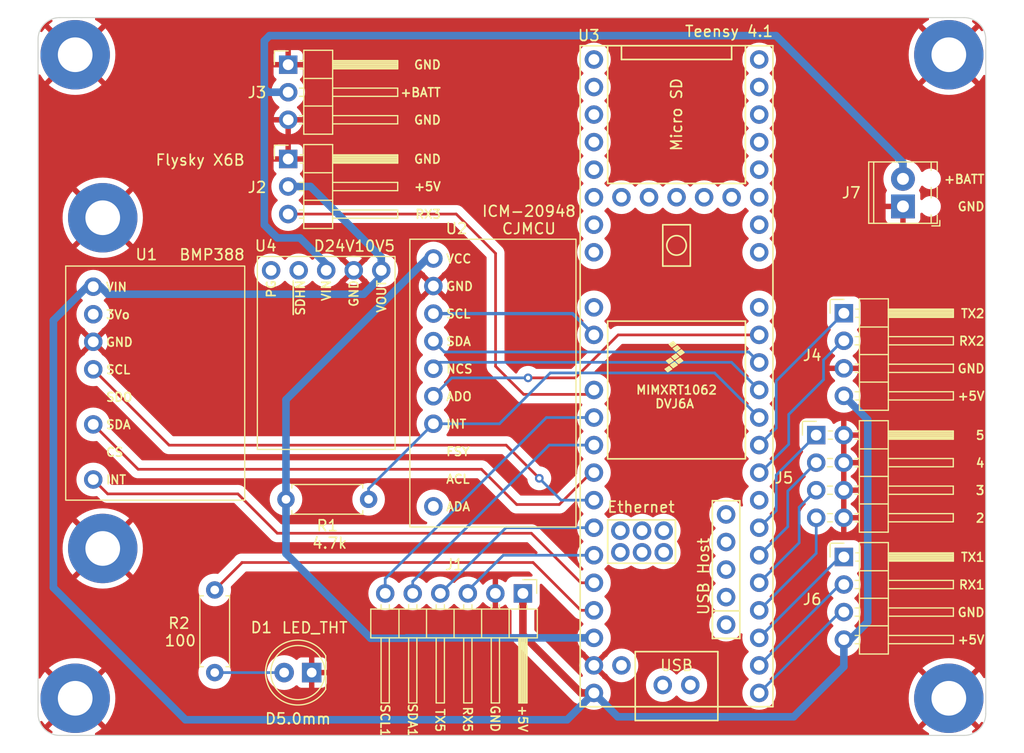
<source format=kicad_pcb>
(kicad_pcb (version 20221018) (generator pcbnew)
  (layers (0 "F.Cu" signal) (31 "B.Cu" signal) (34 "B.Paste" user) (35 "F.Paste" user) (36 "B.SilkS" user "B.Silkscreen") (37 "F.SilkS" user "F.Silkscreen") (38 "B.Mask" user) (39 "F.Mask" user) (44 "Edge.Cuts" user))
  (net 0 "")
  (net 1 "GND")
  (net 2 "Net-(D1-A)")
  (net 3 "+5V")
  (net 4 "SCL1")
  (net 5 "SDA1")
  (net 6 "TX5")
  (net 7 "RX5")
  (net 8 "RX3")
  (net 9 "+BATT")
  (net 10 "Net-(J4-Pin_1)")
  (net 11 "Net-(J4-Pin_2)")
  (net 12 "Net-(J5-Pin_1)")
  (net 13 "Net-(J5-Pin_3)")
  (net 14 "Net-(J5-Pin_5)")
  (net 15 "Net-(J5-Pin_7)")
  (net 16 "Net-(J6-Pin_1)")
  (net 17 "Net-(J6-Pin_2)")
  (net 18 "Net-(J6-Pin_3)")
  (net 19 "INT0")
  (net 20 "+3.3V")
  (net 21 "LED")
  (net 23 "SCL0")
  (net 24 "SDA0")
  (net 25 "INT1")
  (net 26 "SCLK")
  (net 27 "MOSI")
  (net 28 "NCS")
  (net 29 "MISO")
  (footprint "Connector_PinHeader_2.54mm:PinHeader_1x03_P2.54mm_Horizontal" (layer "F.Cu") (at 124.4745 63.6881)
    (fp_text reference "J3" (at -2.8745 2.5619) (layer "F.SilkS"))
    (fp_text value "Conn_01x03")
    (pad "1" thru_hole rect (at 0 0) (size 1.7 1.7) (drill 1) (layers "*.Cu" "*.Mask") (net 1 "GND"))
    (pad "2" thru_hole oval (at 0 2.54) (size 1.7 1.7) (drill 1) (layers "*.Cu" "*.Mask") (net 9 "+BATT"))
    (pad "3" thru_hole oval (at 0 5.08) (size 1.7 1.7) (drill 1) (layers "*.Cu" "*.Mask") (net 1 "GND"))
  )
  (footprint "Connector_PinHeader_2.54mm:PinHeader_1x03_P2.54mm_Horizontal" (layer "F.Cu") (at 124.4745 72.3837)
    (fp_text reference "J2" (at -2.8745 2.6163) (layer "F.SilkS"))
    (fp_text value "Conn_01x03")
    (pad "1" thru_hole rect (at 0 0) (size 1.7 1.7) (drill 1) (layers "*.Cu" "*.Mask") (net 1 "GND"))
    (pad "2" thru_hole oval (at 0 2.54) (size 1.7 1.7) (drill 1) (layers "*.Cu" "*.Mask") (net 3 "+5V"))
    (pad "3" thru_hole oval (at 0 5.08) (size 1.7 1.7) (drill 1) (layers "*.Cu" "*.Mask") (net 8 "RX3"))
  )
  (footprint "MountingHole:MountingHole_3.2mm_M3_Pad" (layer "F.Cu") (at 185.402 122.12)
    (fp_text reference "H2" hide)
    (fp_text value "MountingHole_Pad")
    (pad "1" thru_hole circle (at 0 0) (size 6.4 6.4) (drill 3.2) (layers "*.Cu" "*.Mask") (net 1 "GND"))
  )
  (footprint "LED_THT:LED_D5.0mm" (layer "F.Cu") (at 126.6425 119.7499 180)
    (fp_text reference "D1" (at 4.6425 4.1499) (layer "F.SilkS"))
    (fp_text value "LED")
    (pad "1" thru_hole rect locked (at 0 0 180) (size 1.8 1.8) (drill 0.9) (layers "*.Cu" "*.Mask") (net 1 "GND"))
    (pad "2" thru_hole circle locked (at 2.54 0 180) (size 1.8 1.8) (drill 0.9) (layers "*.Cu" "*.Mask") (net 2 "Net-(D1-A)"))
  )
  (footprint "MountingHole:MountingHole_3.2mm_M3_Pad" (layer "F.Cu") (at 104.832 62.77 180)
    (fp_text reference "H4" hide)
    (fp_text value "MountingHole_Pad")
    (pad "1" thru_hole circle (at 0 0 180) (size 6.4 6.4) (drill 3.2) (layers "*.Cu" "*.Mask") (net 1 "GND"))
  )
  (footprint "Connector_PinHeader_2.54mm:PinHeader_1x04_P2.54mm_Horizontal" (layer "F.Cu") (at 175.7225 109.0886)
    (fp_text reference "J6" (at -2.9225 3.9114) (layer "F.SilkS"))
    (fp_text value "Conn_01x04")
    (pad "1" thru_hole rect (at 0 0) (size 1.7 1.7) (drill 1) (layers "*.Cu" "*.Mask") (net 16 "Net-(J6-Pin_1)"))
    (pad "2" thru_hole oval (at 0 2.54) (size 1.7 1.7) (drill 1) (layers "*.Cu" "*.Mask") (net 17 "Net-(J6-Pin_2)"))
    (pad "3" thru_hole oval (at 0 5.08) (size 1.7 1.7) (drill 1) (layers "*.Cu" "*.Mask") (net 18 "Net-(J6-Pin_3)"))
    (pad "4" thru_hole oval (at 0 7.62) (size 1.7 1.7) (drill 1) (layers "*.Cu" "*.Mask") (net 3 "+5V"))
  )
  (footprint "Connector_PinHeader_2.54mm:PinHeader_1x06_P2.54mm_Horizontal" (layer "F.Cu") (at 146.1225 112.4499 -90)
    (fp_text reference "J1" (at -2.6499 6.3225 -180) (layer "F.SilkS"))
    (fp_text value "Conn_01x06")
    (pad "1" thru_hole rect (at 0 0 270) (size 1.7 1.7) (drill 1) (layers "*.Cu" "*.Mask") (net 3 "+5V"))
    (pad "2" thru_hole oval (at 0 2.54 270) (size 1.7 1.7) (drill 1) (layers "*.Cu" "*.Mask") (net 1 "GND"))
    (pad "3" thru_hole oval (at 0 5.08 270) (size 1.7 1.7) (drill 1) (layers "*.Cu" "*.Mask") (net 7 "RX5"))
    (pad "4" thru_hole oval (at 0 7.62 270) (size 1.7 1.7) (drill 1) (layers "*.Cu" "*.Mask") (net 6 "TX5"))
    (pad "5" thru_hole oval (at 0 10.16 270) (size 1.7 1.7) (drill 1) (layers "*.Cu" "*.Mask") (net 5 "SDA1"))
    (pad "6" thru_hole oval (at 0 12.7 270) (size 1.7 1.7) (drill 1) (layers "*.Cu" "*.Mask") (net 4 "SCL1"))
  )
  (footprint "Quadcopter:BMP388" (layer "F.Cu") (at 112.2125 93.0531 -90)
    (fp_text reference "U1" (at -11.8531 0.8125 unlocked) (layer "F.SilkS"))
    (fp_text value "BMP388")
    (pad "1" thru_hole circle (at -8.89 5.715 270) (size 1.7 1.7) (drill 1) (layers "*.Cu" "*.Mask") (net 3 "+5V"))
    (pad "2" thru_hole circle (at -6.35 5.715 270) (size 1.7 1.7) (drill 1) (layers "*.Cu" "*.Mask"))
    (pad "3" thru_hole circle (at -3.81 5.715 270) (size 1.7 1.7) (drill 1) (layers "*.Cu" "*.Mask") (net 1 "GND"))
    (pad "4" thru_hole circle (at -1.27 5.715 270) (size 1.7 1.7) (drill 1) (layers "*.Cu" "*.Mask") (net 23 "SCL0"))
    (pad "6" thru_hole circle (at 3.81 5.715 270) (size 1.7 1.7) (drill 1) (layers "*.Cu" "*.Mask") (net 24 "SDA0"))
    (pad "8" thru_hole circle (at 8.89 5.715 270) (size 1.7 1.7) (drill 1) (layers "*.Cu" "*.Mask") (net 25 "INT1"))
  )
  (footprint "MountingHole:MountingHole_3.2mm_M3_Pad" (layer "F.Cu") (at 107.3725 108.3031)
    (fp_text reference "H5" hide)
    (fp_text value "MountingHole_Pad")
    (pad "1" thru_hole circle (at 0 0) (size 6.4 6.4) (drill 3.2) (layers "*.Cu" "*.Mask") (net 1 "GND"))
  )
  (footprint "MountingHole:MountingHole_3.2mm_M3_Pad" (layer "F.Cu") (at 185.402 62.77 180)
    (fp_text reference "H1" hide)
    (fp_text value "MountingHole_Pad")
    (pad "1" thru_hole circle (at 0 0 180) (size 6.4 6.4) (drill 3.2) (layers "*.Cu" "*.Mask") (net 1 "GND"))
  )
  (footprint "Lukas:D24V10F5" (layer "F.Cu") (at 127.982 90.2731 90)
    (fp_text reference "U4" (at 9.8731 -5.582 unlocked) (layer "F.SilkS"))
    (fp_text value "D24V10F5")
    (pad "1" thru_hole circle (at 7.62 -5.08 90) (size 1.7 1.7) (drill 1) (layers "*.Cu" "*.Mask"))
    (pad "2" thru_hole circle (at 7.62 -2.54 90) (size 1.7 1.7) (drill 1) (layers "*.Cu" "*.Mask"))
    (pad "3" thru_hole circle (at 7.62 0 90) (size 1.7 1.7) (drill 1) (layers "*.Cu" "*.Mask") (net 9 "+BATT"))
    (pad "4" thru_hole circle (at 7.62 2.54 90) (size 1.7 1.7) (drill 1) (layers "*.Cu" "*.Mask") (net 1 "GND"))
    (pad "5" thru_hole circle (at 7.62 5.08 90) (size 1.7 1.7) (drill 1) (layers "*.Cu" "*.Mask") (net 3 "+5V"))
  )
  (footprint "Connector_PinHeader_2.54mm:PinHeader_1x04_P2.54mm_Horizontal" (layer "F.Cu") (at 175.7225 86.6096)
    (fp_text reference "J4" (at -2.9225 3.8904) (layer "F.SilkS"))
    (fp_text value "Conn_01x04")
    (pad "1" thru_hole rect (at 0 0) (size 1.7 1.7) (drill 1) (layers "*.Cu" "*.Mask") (net 10 "Net-(J4-Pin_1)"))
    (pad "2" thru_hole oval (at 0 2.54) (size 1.7 1.7) (drill 1) (layers "*.Cu" "*.Mask") (net 11 "Net-(J4-Pin_2)"))
    (pad "3" thru_hole oval (at 0 5.08) (size 1.7 1.7) (drill 1) (layers "*.Cu" "*.Mask") (net 1 "GND"))
    (pad "4" thru_hole oval (at 0 7.62) (size 1.7 1.7) (drill 1) (layers "*.Cu" "*.Mask") (net 3 "+5V"))
  )
  (footprint "Resistor_THT:R_Axial_DIN0207_L6.3mm_D2.5mm_P7.62mm_Horizontal" (layer "F.Cu") (at 131.892 103.7731 180)
    (fp_text reference "R1" (at 3.81 -2.4269) (layer "F.SilkS"))
    (fp_text value "4.7k")
    (pad "1" thru_hole circle (at 0 0 180) (size 1.6 1.6) (drill 0.8) (layers "*.Cu" "*.Mask") (net 19 "INT0"))
    (pad "2" thru_hole oval (at 7.62 0 180) (size 1.6 1.6) (drill 0.8) (layers "*.Cu" "*.Mask") (net 20 "+3.3V"))
  )
  (footprint "Resistor_THT:R_Axial_DIN0207_L6.3mm_D2.5mm_P7.62mm_Horizontal" (layer "F.Cu") (at 117.7 119.75 90)
    (fp_text reference "R2" (at 4.55 -3.3) (layer "F.SilkS"))
    (fp_text value "100")
    (pad "1" thru_hole circle (at 0 0 90) (size 1.6 1.6) (drill 0.8) (layers "*.Cu" "*.Mask") (net 2 "Net-(D1-A)"))
    (pad "2" thru_hole oval (at 7.62 0 90) (size 1.6 1.6) (drill 0.8) (layers "*.Cu" "*.Mask") (net 21 "LED"))
  )
  (footprint "Connector_PinHeader_2.54mm:PinHeader_2x04_P2.54mm_Horizontal" (layer "F.Cu") (at 173.1725 97.8491)
    (fp_text reference "J5" (at -2.9725 3.9509) (layer "F.SilkS"))
    (fp_text value "Conn_02x04_Odd_Even")
    (pad "1" thru_hole rect (at 0 0) (size 1.7 1.7) (drill 1) (layers "*.Cu" "*.Mask") (net 12 "Net-(J5-Pin_1)"))
    (pad "2" thru_hole oval (at 2.54 0) (size 1.7 1.7) (drill 1) (layers "*.Cu" "*.Mask") (net 1 "GND"))
    (pad "3" thru_hole oval (at 0 2.54) (size 1.7 1.7) (drill 1) (layers "*.Cu" "*.Mask") (net 13 "Net-(J5-Pin_3)"))
    (pad "4" thru_hole oval (at 2.54 2.54) (size 1.7 1.7) (drill 1) (layers "*.Cu" "*.Mask") (net 1 "GND"))
    (pad "5" thru_hole oval (at 0 5.08) (size 1.7 1.7) (drill 1) (layers "*.Cu" "*.Mask") (net 14 "Net-(J5-Pin_5)"))
    (pad "6" thru_hole oval (at 2.54 5.08) (size 1.7 1.7) (drill 1) (layers "*.Cu" "*.Mask") (net 1 "GND"))
    (pad "7" thru_hole oval (at 0 7.62) (size 1.7 1.7) (drill 1) (layers "*.Cu" "*.Mask") (net 15 "Net-(J5-Pin_7)"))
    (pad "8" thru_hole oval (at 2.54 7.62) (size 1.7 1.7) (drill 1) (layers "*.Cu" "*.Mask") (net 1 "GND"))
  )
  (footprint "MountingHole:MountingHole_3.2mm_M3_Pad" (layer "F.Cu") (at 107.3725 77.8031)
    (fp_text reference "H6" hide)
    (fp_text value "MountingHole_Pad")
    (pad "1" thru_hole circle (at 0 0) (size 6.4 6.4) (drill 3.2) (layers "*.Cu" "*.Mask") (net 1 "GND"))
  )
  (footprint "Quadcopter:ICM-20948_CJMCU" (layer "F.Cu") (at 143.3565 93.0531)
    (fp_text reference "U2" (at -3.3565 -14.2531 unlocked) (layer "F.SilkS"))
    (fp_text value "ICM-20948_CJMCU")
    (pad "1" thru_hole circle (at -5.49 -11.49) (size 1.7 1.7) (drill 1) (layers "*.Cu" "*.Mask") (net 20 "+3.3V"))
    (pad "2" thru_hole circle (at -5.49 -8.95) (size 1.7 1.7) (drill 1) (layers "*.Cu" "*.Mask") (net 1 "GND"))
    (pad "3" thru_hole circle (at -5.49 -6.41) (size 1.7 1.7) (drill 1) (layers "*.Cu" "*.Mask") (net 26 "SCLK"))
    (pad "4" thru_hole circle (at -5.49 -3.87) (size 1.7 1.7) (drill 1) (layers "*.Cu" "*.Mask") (net 27 "MOSI"))
    (pad "5" thru_hole circle (at -5.49 -1.33) (size 1.7 1.7) (drill 1) (layers "*.Cu" "*.Mask") (net 28 "NCS"))
    (pad "6" thru_hole circle (at -5.49 1.21) (size 1.7 1.7) (drill 1) (layers "*.Cu" "*.Mask") (net 29 "MISO"))
    (pad "7" thru_hole circle (at -5.49 3.75) (size 1.7 1.7) (drill 1) (layers "*.Cu" "*.Mask") (net 19 "INT0"))
    (pad "10" thru_hole circle (at -5.49 11.37) (size 1.7 1.7) (drill 1) (layers "*.Cu" "*.Mask"))
  )
  (footprint "MountingHole:MountingHole_3.2mm_M3_Pad" (layer "F.Cu") (at 104.832 122.12)
    (fp_text reference "H3" hide)
    (fp_text value "MountingHole_Pad")
    (pad "1" thru_hole circle (at 0 0) (size 6.4 6.4) (drill 3.2) (layers "*.Cu" "*.Mask") (net 1 "GND"))
  )
  (footprint "Quadcopter:Teensy41" (layer "F.Cu") (at 160.2915 92.4181 90)
    (fp_text reference "U3" (at 31.4181 -8.0915 180) (layer "F.SilkS"))
    (fp_text value "Teensy4.1")
    (fp_text user "USB Host" (at -18.4658 2.4892 90) (layer "F.SilkS"))
    (fp_text user "USB" (at -26.67 0) (layer "F.SilkS"))
    (fp_text user "MIMXRT1062" (at -1.27 0) (layer "F.SilkS") (effects (font (size 0.8 0.8))))
    (fp_text user "Micro SD" (at 24.13 0 90) (layer "F.SilkS"))
    (fp_text user "DVJ6A" (at -2.54 -0.18) (layer "F.SilkS") (effects (font (size 0.8 0.8))))
    (fp_text user "Ethernet" (at -12.065 -3.2766 180) (layer "F.SilkS"))
    (pad "1" thru_hole circle (at -29.21 7.62 90) (size 1.7 1.7) (drill 1) (layers "*.Cu" "*.Mask") (net 18 "Net-(J6-Pin_3)"))
    (pad "2" thru_hole circle (at -26.67 7.62 90) (size 1.7 1.7) (drill 1) (layers "*.Cu" "*.Mask") (net 17 "Net-(J6-Pin_2)"))
    (pad "3" thru_hole circle (at -24.13 7.62 90) (size 1.7 1.7) (drill 1) (layers "*.Cu" "*.Mask") (net 16 "Net-(J6-Pin_1)"))
    (pad "4" thru_hole circle (at -21.59 7.62 90) (size 1.7 1.7) (drill 1) (layers "*.Cu" "*.Mask") (net 15 "Net-(J5-Pin_7)"))
    (pad "5" thru_hole circle (at -19.05 7.62 90) (size 1.7 1.7) (drill 1) (layers "*.Cu" "*.Mask") (net 14 "Net-(J5-Pin_5)"))
    (pad "6" thru_hole circle (at -16.51 7.62 90) (size 1.7 1.7) (drill 1) (layers "*.Cu" "*.Mask") (net 13 "Net-(J5-Pin_3)"))
    (pad "7" thru_hole circle (at -13.97 7.62 90) (size 1.7 1.7) (drill 1) (layers "*.Cu" "*.Mask") (net 12 "Net-(J5-Pin_1)"))
    (pad "8" thru_hole circle (at -11.43 7.62 90) (size 1.7 1.7) (drill 1) (layers "*.Cu" "*.Mask"))
    (pad "9" thru_hole circle (at -8.89 7.62 90) (size 1.7 1.7) (drill 1) (layers "*.Cu" "*.Mask") (net 11 "Net-(J4-Pin_2)"))
    (pad "10" thru_hole circle (at -6.35 7.62 90) (size 1.7 1.7) (drill 1) (layers "*.Cu" "*.Mask") (net 10 "Net-(J4-Pin_1)"))
    (pad "11" thru_hole circle (at -3.81 7.62 90) (size 1.7 1.7) (drill 1) (layers "*.Cu" "*.Mask") (net 19 "INT0"))
    (pad "12" thru_hole circle (at -1.27 7.62 90) (size 1.7 1.7) (drill 1) (layers "*.Cu" "*.Mask") (net 28 "NCS"))
    (pad "13" thru_hole circle (at 1.27 7.62 90) (size 1.7 1.7) (drill 1) (layers "*.Cu" "*.Mask") (net 27 "MOSI"))
    (pad "14" thru_hole circle (at 3.81 7.62 90) (size 1.7 1.7) (drill 1) (layers "*.Cu" "*.Mask") (net 29 "MISO"))
    (pad "15" thru_hole circle (at 6.35 7.62 90) (size 1.7 1.7) (drill 1) (layers "*.Cu" "*.Mask"))
    (pad "17" thru_hole circle (at 11.43 7.62 90) (size 1.7 1.7) (drill 1) (layers "*.Cu" "*.Mask"))
    (pad "18" thru_hole circle (at 13.97 7.62 90) (size 1.7 1.7) (drill 1) (layers "*.Cu" "*.Mask"))
    (pad "19" thru_hole circle (at 16.51 7.62 90) (size 1.7 1.7) (drill 1) (layers "*.Cu" "*.Mask"))
    (pad "20" thru_hole circle (at 19.05 7.62 90) (size 1.7 1.7) (drill 1) (layers "*.Cu" "*.Mask"))
    (pad "21" thru_hole circle (at 21.59 7.62 90) (size 1.7 1.7) (drill 1) (layers "*.Cu" "*.Mask"))
    (pad "22" thru_hole circle (at 24.13 7.62 90) (size 1.7 1.7) (drill 1) (layers "*.Cu" "*.Mask"))
    (pad "23" thru_hole circle (at 26.67 7.62 90) (size 1.7 1.7) (drill 1) (layers "*.Cu" "*.Mask"))
    (pad "24" thru_hole circle (at 29.21 7.62 90) (size 1.7 1.7) (drill 1) (layers "*.Cu" "*.Mask"))
    (pad "25" thru_hole circle (at 29.21 -7.62 90) (size 1.7 1.7) (drill 1) (layers "*.Cu" "*.Mask"))
    (pad "26" thru_hole circle (at 26.67 -7.62 90) (size 1.7 1.7) (drill 1) (layers "*.Cu" "*.Mask"))
    (pad "27" thru_hole circle (at 24.13 -7.62 90) (size 1.7 1.7) (drill 1) (layers "*.Cu" "*.Mask"))
    (pad "28" thru_hole circle (at 21.59 -7.62 90) (size 1.7 1.7) (drill 1) (layers "*.Cu" "*.Mask"))
    (pad "29" thru_hole circle (at 19.05 -7.62 90) (size 1.7 1.7) (drill 1) (layers "*.Cu" "*.Mask"))
    (pad "30" thru_hole circle (at 16.51 -7.62 90) (size 1.7 1.7) (drill 1) (layers "*.Cu" "*.Mask"))
    (pad "31" thru_hole circle (at 13.97 -7.62 90) (size 1.7 1.7) (drill 1) (layers "*.Cu" "*.Mask"))
    (pad "32" thru_hole circle (at 11.43 -7.62 90) (size 1.7 1.7) (drill 1) (layers "*.Cu" "*.Mask"))
    (pad "34" thru_hole circle (at 6.35 -7.62 90) (size 1.7 1.7) (drill 1) (layers "*.Cu" "*.Mask"))
    (pad "35" thru_hole circle (at 3.81 -7.62 90) (size 1.7 1.7) (drill 1) (layers "*.Cu" "*.Mask") (net 26 "SCLK"))
    (pad "37" thru_hole circle (at -1.27 -7.62 90) (size 1.7 1.7) (drill 1) (layers "*.Cu" "*.Mask") (net 8 "RX3"))
    (pad "38" thru_hole circle (at -3.81 -7.62 90) (size 1.7 1.7) (drill 1) (layers "*.Cu" "*.Mask") (net 4 "SCL1"))
    (pad "39" thru_hole circle (at -6.35 -7.62 90) (size 1.7 1.7) (drill 1) (layers "*.Cu" "*.Mask") (net 5 "SDA1"))
    (pad "40" thru_hole circle (at -8.89 -7.62 90) (size 1.7 1.7) (drill 1) (layers "*.Cu" "*.Mask") (net 24 "SDA0"))
    (pad "41" thru_hole circle (at -11.43 -7.62 90) (size 1.7 1.7) (drill 1) (layers "*.Cu" "*.Mask") (net 23 "SCL0"))
    (pad "42" thru_hole circle (at -13.97 -7.62 90) (size 1.7 1.7) (drill 1) (layers "*.Cu" "*.Mask") (net 6 "TX5"))
    (pad "43" thru_hole circle (at -16.51 -7.62 90) (size 1.7 1.7) (drill 1) (layers "*.Cu" "*.Mask") (net 7 "RX5"))
    (pad "44" thru_hole circle (at -19.05 -7.62 90) (size 1.7 1.7) (drill 1) (layers "*.Cu" "*.Mask") (net 25 "INT1"))
    (pad "45" thru_hole circle (at -21.59 -7.62 90) (size 1.7 1.7) (drill 1) (layers "*.Cu" "*.Mask") (net 21 "LED"))
    (pad "46" thru_hole circle (at -24.13 -7.62 90) (size 1.7 1.7) (drill 1) (layers "*.Cu" "*.Mask") (net 20 "+3.3V"))
    (pad "47" thru_hole circle (at -26.67 -7.62 90) (size 1.7 1.7) (drill 1) (layers "*.Cu" "*.Mask") (net 1 "GND"))
    (pad "48" thru_hole circle (at -29.21 -7.62 90) (size 1.7 1.7) (drill 1) (layers "*.Cu" "*.Mask") (net 3 "+5V"))
    (pad "49" thru_hole circle (at -26.67 -5.08 90) (size 1.7 1.7) (drill 1) (layers "*.Cu" "*.Mask"))
    (pad "50" thru_hole circle (at 16.51 5.08 90) (size 1.7 1.7) (drill 1) (layers "*.Cu" "*.Mask"))
    (pad "51" thru_hole circle (at 16.51 2.54 90) (size 1.7 1.7) (drill 1) (layers "*.Cu" "*.Mask"))
    (pad "52" thru_hole circle (at 16.51 0 90) (size 1.7 1.7) (drill 1) (layers "*.Cu" "*.Mask"))
    (pad "53" thru_hole circle (at 16.51 -2.54 90) (size 1.7 1.7) (drill 1) (layers "*.Cu" "*.Mask"))
    (pad "54" thru_hole circle (at 16.51 -5.08 90) (size 1.7 1.7) (drill 1) (layers "*.Cu" "*.Mask"))
    (pad "55" thru_hole circle (at -22.9108 4.5692 90) (size 1.7 1.7) (drill 1) (layers "*.Cu" "*.Mask"))
    (pad "56" thru_hole circle (at -20.3708 4.5692 90) (size 1.7 1.7) (drill 1) (layers "*.Cu" "*.Mask"))
    (pad "57" thru_hole circle (at -17.8308 4.5692 90) (size 1.7 1.7) (drill 1) (layers "*.Cu" "*.Mask"))
    (pad "58" thru_hole circle (at -15.2908 4.5692 90) (size 1.7 1.7) (drill 1) (layers "*.Cu" "*.Mask"))
    (pad "59" thru_hole circle (at -12.7508 4.5692 90) (size 1.7 1.7) (drill 1) (layers "*.Cu" "*.Mask"))
    (pad "60" thru_hole circle (at -16.24 -5.1816 90) (size 1.7 1.7) (drill 1) (layers "*.Cu" "*.Mask"))
    (pad "61" thru_hole circle (at -16.24 -3.1816 90) (size 1.7 1.7) (drill 1) (layers "*.Cu" "*.Mask"))
    (pad "62" thru_hole circle (at -16.24 -1.1816 90) (size 1.7 1.7) (drill 1) (layers "*.Cu" "*.Mask"))
    (pad "63" thru_hole circle (at -14.24 -1.1816 90) (size 1.7 1.7) (drill 1) (layers "*.Cu" "*.Mask"))
    (pad "64" thru_hole circle (at -14.24 -3.1816 90) (size 1.7 1.7) (drill 1) (layers "*.Cu" "*.Mask"))
    (pad "65" thru_hole circle (at -14.24 -5.1816 90) (size 1.7 1.7) (drill 1) (layers "*.Cu" "*.Mask"))
    (pad "66" thru_hole circle (at -28.48 -1.27 90) (size 1.7 1.7) (drill 1) (layers "*.Cu" "*.Mask"))
    (pad "67" thru_hole circle (at -28.48 1.27 90) (size 1.7 1.7) (drill 1) (layers "*.Cu" "*.Mask"))
  )
  (footprint "TerminalBlock_Phoenix:TerminalBlock_Phoenix_MPT-0,5-2-2.54_1x02_P2.54mm_Horizontal" (layer "F.Cu") (at 181.1725 76.7576 90)
    (fp_text reference "J7" (at 1.2576 -4.7725) (layer "F.SilkS"))
    (fp_text value "Screw_Terminal_01x02")
    (pad "" np_thru_hole circle (at 0 2.54 90) (size 1.1 1.1) (drill 1.1) (layers "*.Cu" "*.Mask"))
    (pad "" np_thru_hole circle (at 2.54 2.54 90) (size 1.1 1.1) (drill 1.1) (layers "*.Cu" "*.Mask"))
    (pad "1" thru_hole rect (at 0 0 90) (size 2.2 2.2) (drill 1.1) (layers "*.Cu" "*.Mask") (net 1 "GND"))
    (pad "2" thru_hole circle (at 2.54 0 90) (size 2.2 2.2) (drill 1.1) (layers "*.Cu" "*.Mask") (net 9 "+BATT"))
  )
  (gr_arc (start 103.407 125.545) (mid 101.992786 124.959214) (end 101.407 123.545) (stroke (width 0.1)) (layer "Edge.Cuts"))
  (gr_arc (start 188.807 123.545) (mid 188.221214 124.959214) (end 186.807 125.545) (stroke (width 0.1)) (layer "Edge.Cuts"))
  (gr_line (start 101.407 61.345) (end 101.407 123.545) (stroke (width 0.1)) (layer "Edge.Cuts"))
  (gr_line (start 103.407 125.545) (end 186.807 125.545) (stroke (width 0.1)) (layer "Edge.Cuts"))
  (gr_arc (start 101.407 61.345) (mid 101.992786 59.930786) (end 103.407 59.345) (stroke (width 0.1)) (layer "Edge.Cuts"))
  (gr_line (start 188.807 123.545) (end 188.807 61.345) (stroke (width 0.1)) (layer "Edge.Cuts"))
  (gr_line (start 186.807 59.345) (end 103.407 59.345) (stroke (width 0.1)) (layer "Edge.Cuts"))
  (gr_arc (start 186.807 59.345) (mid 188.221214 59.930786) (end 188.807 61.345) (stroke (width 0.1)) (layer "Edge.Cuts"))
  (gr_text "LED_THT" (at 123.8 116.2) (layer "F.SilkS") (effects (font (size 1 1) (thickness 0.15) bold) (justify left bottom)))
  (gr_text "SDO" (at 107.59 94.822856) (layer "F.SilkS") (effects (font (size 0.8 0.8) (thickness 0.15) bold) (justify left bottom)))
  (gr_text "100" (at 113 117.4) (layer "F.SilkS") (effects (font (size 1 1) (thickness 0.15) bold) (justify left bottom)))
  (gr_text "TX2" (at 186.438571 87.11) (layer "F.SilkS") (effects (font (size 0.8 0.8) (thickness 0.15) bold) (justify left bottom)))
  (gr_text "Teensy 4.1" (at 160.986261 61.2) (layer "F.SilkS") (effects (font (size 1 1) (thickness 0.15) bold) (justify left bottom)))
  (gr_text "RX1" (at 186.248095 112.13) (layer "F.SilkS") (effects (font (size 0.8 0.8)) (justify left bottom)))
  (gr_text "GND" (at 131.003 86.103667 90) (layer "F.SilkS") (effects (font (size 0.8 0.8) (thickness 0.15) bold) (justify left bottom)))
  (gr_text "TX5" (at 138 125.316429 -90) (layer "F.SilkS") (effects (font (size 0.8 0.8) (thickness 0.15) bold) (justify right bottom)))
  (gr_text "SCL" (at 107.59 92.285142) (layer "F.SilkS") (effects (font (size 0.8 0.8) (thickness 0.15) bold) (justify left bottom)))
  (gr_text "BMP388\n" (at 114.3525 81.8) (layer "F.SilkS") (effects (font (size 1 1) (thickness 0.15) bold) (justify left bottom)))
  (gr_text "GND" (at 186.13381 114.67) (layer "F.SilkS") (effects (font (size 0.8 0.8)) (justify left bottom)))
  (gr_text "GND" (at 186.13381 77.25) (layer "F.SilkS") (effects (font (size 0.8 0.8)) (justify left bottom)))
  (gr_text "D5.0mm" (at 122.256191 124.6) (layer "F.SilkS") (effects (font (size 1 1) (thickness 0.15) bold) (justify left bottom)))
  (gr_text "+5V" (at 186.13381 117.2) (layer "F.SilkS") (effects (font (size 0.8 0.8)) (justify left bottom)))
  (gr_text "VIN" (at 107.59 84.672) (layer "F.SilkS") (effects (font (size 0.8 0.8) (thickness 0.15) bold) (justify left bottom)))
  (gr_text "CS" (at 107.59 99.898284) (layer "F.SilkS") (effects (font (size 0.8 0.8) (thickness 0.15) bold) (justify left bottom)))
  (gr_text "3" (at 187.81 103.42) (layer "F.SilkS") (effects (font (size 0.8 0.8) (thickness 0.15) bold) (justify left bottom)))
  (gr_text "+BATT" (at 184.876667 74.72) (layer "F.SilkS") (effects (font (size 0.8 0.8)) (justify left bottom)))
  (gr_text "GND" (at 143.08 125.316429 -90) (layer "F.SilkS") (effects (font (size 0.8 0.8)) (justify right bottom)))
  (gr_text "RX3" (at 136.114285 77.95) (layer "F.SilkS") (effects (font (size 0.8 0.8)) (justify left bottom)))
  (gr_text "GND" (at 107.59 89.747428) (layer "F.SilkS") (effects (font (size 0.8 0.8) (thickness 0.15) bold) (justify left bottom)))
  (gr_text "4.7k" (at 126.6 108.4) (layer "F.SilkS") (effects (font (size 1 1) (thickness 0.15) bold) (justify left bottom)))
  (gr_text "+5V" (at 145.64 125.316429 -90) (layer "F.SilkS") (effects (font (size 0.8 0.8)) (justify right bottom)))
  (gr_text "GND" (at 136 64.17) (layer "F.SilkS") (effects (font (size 0.8 0.8)) (justify left bottom)))
  (gr_text "+5V" (at 136 75.4) (layer "F.SilkS") (effects (font (size 0.8 0.8)) (justify left bottom)))
  (gr_text "PG" (at 123.383 85.265572 90) (layer "F.SilkS") (effects (font (size 0.8 0.8) (thickness 0.15) bold) (justify left bottom)))
  (gr_text "4" (at 187.81 100.9) (layer "F.SilkS") (effects (font (size 0.8 0.8) (thickness 0.15) bold) (justify left bottom)))
  (gr_text "VIN" (at 128.463 85.570333 90) (layer "F.SilkS") (effects (font (size 0.8 0.8) (thickness 0.15) bold) (justify left bottom)))
  (gr_text "GND" (at 138.966381 84.6006) (layer "F.SilkS") (effects (font (size 0.8 0.8) (thickness 0.15) bold) (justify left bottom)))
  (gr_text "SDA" (at 138.966381 89.6806) (layer "F.SilkS") (effects (font (size 0.8 0.8) (thickness 0.15) bold) (justify left bottom)))
  (gr_text "~{SDHN}" (at 126.071 86.903667 90) (layer "F.SilkS") (effects (font (size 0.8 0.8) (thickness 0.15) bold) (justify left bottom)))
  (gr_text "INT" (at 138.966381 97.3006) (layer "F.SilkS") (effects (font (size 0.8 0.8) (thickness 0.15) bold) (justify left bottom)))
  (gr_text "RX2" (at 186.248095 89.65) (layer "F.SilkS") (effects (font (size 0.8 0.8)) (justify left bottom)))
  (gr_text "Flysky X6B" (at 112.162022 73.067) (layer "F.SilkS") (effects (font (size 1 1) (thickness 0.15) bold) (justify left bottom)))
  (gr_text "INT" (at 107.59 102.436) (layer "F.SilkS") (effects (font (size 0.8 0.8) (thickness 0.15) bold) (justify left bottom)))
  (gr_text "ICM-20948\nCJMCU" (at 146.679476 79.4) (layer "F.SilkS") (effects (font (size 1 1) (thickness 0.15) bold) (justify bottom)))
  (gr_text "ADA" (at 138.966381 104.9206) (layer "F.SilkS") (effects (font (size 0.8 0.8) (thickness 0.15) bold) (justify left bottom)))
  (gr_text "GND" (at 136 72.87) (layer "F.SilkS") (effects (font (size 0.8 0.8)) (justify left bottom)))
  (gr_text "RX5\n" (at 140.55 125.316429 -90) (layer "F.SilkS") (effects (font (size 0.8 0.8)) (justify right bottom)))
  (gr_text "GND" (at 186.13381 92.19) (layer "F.SilkS") (effects (font (size 0.8 0.8)) (justify left bottom)))
  (gr_text "ADO" (at 138.966381 94.7606) (layer "F.SilkS") (effects (font (size 0.8 0.8) (thickness 0.15) bold) (justify left bottom)))
  (gr_text "VOUT" (at 133.556 86.637 90) (layer "F.SilkS") (effects (font (size 0.8 0.8) (thickness 0.15) bold) (justify left bottom)))
  (gr_text "5" (at 187.81 98.34) (layer "F.SilkS") (effects (font (size 0.8 0.8) (thickness 0.15) bold) (justify left bottom)))
  (gr_text "2" (at 187.81 105.97) (layer "F.SilkS") (effects (font (size 0.8 0.8) (thickness 0.15) bold) (justify left bottom)))
  (gr_text "NCS" (at 138.966381 92.2206) (layer "F.SilkS") (effects (font (size 0.8 0.8) (thickness 0.15) bold) (justify left bottom)))
  (gr_text "VCC" (at 138.966381 82.0606) (layer "F.SilkS") (effects (font (size 0.8 0.8) (thickness 0.15) bold) (justify left bottom)))
  (gr_text "TX1" (at 186.438571 109.58) (layer "F.SilkS") (effects (font (size 0.8 0.8) (thickness 0.15) bold) (justify left bottom)))
  (gr_text "SCL" (at 138.966381 87.1406) (layer "F.SilkS") (effects (font (size 0.8 0.8) (thickness 0.15) bold) (justify left bottom)))
  (gr_text "3Vo" (at 107.59 87.209714) (layer "F.SilkS") (effects (font (size 0.8 0.8) (thickness 0.15) bold) (justify left bottom)))
  (gr_text "FSY" (at 138.966381 99.8406) (layer "F.SilkS") (effects (font (size 0.8 0.8) (thickness 0.15) bold) (justify left bottom)))
  (gr_text "SDA1" (at 135.47 122.54 -90) (layer "F.SilkS") (effects (font (size 0.8 0.8) (thickness 0.15) bold) (justify left bottom)))
  (gr_text "GND" (at 136 69.26) (layer "F.SilkS") (effects (font (size 0.8 0.8)) (justify left bottom)))
  (gr_text "ACL" (at 138.966381 102.3806) (layer "F.SilkS") (effects (font (size 0.8 0.8) (thickness 0.15) bold) (justify left bottom)))
  (gr_text "+BATT" (at 134.742857 66.72) (layer "F.SilkS") (effects (font (size 0.8 0.8)) (justify left bottom)))
  (gr_text "SDA" (at 107.59 97.36057) (layer "F.SilkS") (effects (font (size 0.8 0.8) (thickness 0.15) bold) (justify left bottom)))
  (gr_text "D24V10V5" (at 126.740809 81) (layer "F.SilkS") (effects (font (size 1 1) (thickness 0.15) bold) (justify left bottom)))
  (gr_text "+5V" (at 186.13381 94.72) (layer "F.SilkS") (effects (font (size 0.8 0.8)) (justify left bottom)))
  (gr_text "SCL1" (at 132.93 122.578095 -90) (layer "F.SilkS") (effects (font (size 0.8 0.8) (thickness 0.15) bold) (justify left bottom)))
  (segment (start 126.6425 119.7499) (end 126.6425 119.7375) (width 0.7) (layer "F.Cu") (net 1))
  (segment (start 124.1024 119.75) (end 124.1025 119.7499) (width 0.25) (layer "B.Cu") (net 2))
  (segment (start 117.7 119.75) (end 124.1024 119.75) (width 0.25) (layer "B.Cu") (net 2))
  (segment (start 146.1225 116.281181) (end 146.1225 112.4499) (width 0.7) (layer "F.Cu") (net 3))
  (segment (start 152.6715 121.6281) (end 151.469419 121.6281) (width 0.7) (layer "F.Cu") (net 3))
  (segment (start 151.469419 121.6281) (end 146.1225 116.281181) (width 0.7) (layer "F.Cu") (net 3))
  (segment (start 124.4745 74.9237) (end 126.534681 74.9237) (width 0.7) (layer "B.Cu") (net 3))
  (segment (start 102.8225 87.26683) (end 102.8225 111.91646) (width 0.7) (layer "B.Cu") (net 3))
  (segment (start 150.1997 124.0999) (end 115.00594 124.0999) (width 0.7) (layer "B.Cu") (net 3))
  (segment (start 102.8225 111.91646) (end 115.00594 124.0999) (width 0.7) (layer "B.Cu") (net 3))
  (segment (start 133.062 83.22437) (end 131.43327 84.8531) (width 0.7) (layer "B.Cu") (net 3))
  (segment (start 133.062 82.6531) (end 133.062 83.22437) (width 0.7) (layer "B.Cu") (net 3))
  (segment (start 105.92623 84.1631) (end 102.8225 87.26683) (width 0.7) (layer "B.Cu") (net 3))
  (segment (start 175.7225 116.7086) (end 176.29377 116.7086) (width 0.7) (layer "B.Cu") (net 3))
  (segment (start 106.5875 84.2531) (end 106.4975 84.1631) (width 0.5) (layer "B.Cu") (net 3))
  (segment (start 126.534681 74.9237) (end 133.062 81.451019) (width 0.7) (layer "B.Cu") (net 3))
  (segment (start 176.29377 116.7086) (end 177.9225 115.07987) (width 0.7) (layer "B.Cu") (net 3))
  (segment (start 131.43327 84.8531) (end 107.8531 84.8531) (width 0.7) (layer "B.Cu") (net 3))
  (segment (start 106.4975 84.1631) (end 105.92623 84.1631) (width 0.7) (layer "B.Cu") (net 3))
  (segment (start 177.9225 96.4296) (end 175.7225 94.2296) (width 0.7) (layer "B.Cu") (net 3))
  (segment (start 107.8531 84.8531) (end 107.1631 84.1631) (width 0.7) (layer "B.Cu") (net 3))
  (segment (start 175.7225 116.7086) (end 175.7225 119.1969) (width 0.7) (layer "B.Cu") (net 3))
  (segment (start 171.0913 123.8281) (end 154.8715 123.8281) (width 0.7) (layer "B.Cu") (net 3))
  (segment (start 177.9225 115.07987) (end 177.9225 96.4296) (width 0.7) (layer "B.Cu") (net 3))
  (segment (start 175.7225 119.1969) (end 171.0913 123.8281) (width 0.7) (layer "B.Cu") (net 3))
  (segment (start 152.6715 121.6281) (end 150.1997 124.0999) (width 0.7) (layer "B.Cu") (net 3))
  (segment (start 107.1631 84.1631) (end 106.4975 84.1631) (width 0.7) (layer "B.Cu") (net 3))
  (segment (start 154.8715 123.8281) (end 152.6715 121.6281) (width 0.7) (layer "B.Cu") (net 3))
  (segment (start 133.062 81.451019) (end 133.062 82.6531) (width 0.7) (layer "B.Cu") (net 3))
  (segment (start 148.288887 96.2281) (end 133.4225 111.094487) (width 0.25) (layer "B.Cu") (net 4))
  (segment (start 133.4225 111.094487) (end 133.4225 112.4499) (width 0.25) (layer "B.Cu") (net 4))
  (segment (start 152.6715 96.2281) (end 148.288887 96.2281) (width 0.25) (layer "B.Cu") (net 4))
  (segment (start 135.9625 111.346509) (end 135.9625 112.4499) (width 0.25) (layer "B.Cu") (net 5))
  (segment (start 152.6715 98.7681) (end 148.540909 98.7681) (width 0.25) (layer "B.Cu") (net 5))
  (segment (start 148.540909 98.7681) (end 135.9625 111.346509) (width 0.25) (layer "B.Cu") (net 5))
  (segment (start 144.5643 106.3881) (end 152.6715 106.3881) (width 0.25) (layer "B.Cu") (net 6))
  (segment (start 138.5025 112.4499) (end 144.5643 106.3881) (width 0.25) (layer "B.Cu") (net 6))
  (segment (start 141.0425 112.196828) (end 144.311228 108.9281) (width 0.25) (layer "B.Cu") (net 7))
  (segment (start 141.0425 112.4499) (end 141.0425 112.196828) (width 0.25) (layer "B.Cu") (net 7))
  (segment (start 144.311228 108.9281) (end 152.6715 108.9281) (width 0.25) (layer "B.Cu") (net 7))
  (segment (start 146.1946 94.0946) (end 143.6 91.5) (width 0.25) (layer "F.Cu") (net 8))
  (segment (start 152.265 94.0946) (end 146.1946 94.0946) (width 0.25) (layer "F.Cu") (net 8))
  (segment (start 152.6715 93.6881) (end 152.265 94.0946) (width 0.25) (layer "F.Cu") (net 8))
  (segment (start 139.9737 77.4637) (end 143.6 81.09) (width 0.25) (layer "F.Cu") (net 8))
  (segment (start 143.6 91.5) (end 143.6 81.09) (width 0.25) (layer "F.Cu") (net 8))
  (segment (start 124.4745 77.4637) (end 139.9737 77.4637) (width 0.25) (layer "F.Cu") (net 8))
  (segment (start 122.2745 61.4881) (end 122.2745 65.8881) (width 0.7) (layer "B.Cu") (net 9))
  (segment (start 123.4787 79.6637) (end 122.2745 78.4595) (width 0.7) (layer "B.Cu") (net 9))
  (segment (start 181.1725 72.7176) (end 169.463 61.0081) (width 0.7) (layer "B.Cu") (net 9))
  (segment (start 125.56387 79.6637) (end 123.4787 79.6637) (width 0.7) (layer "B.Cu") (net 9))
  (segment (start 181.1725 74.2176) (end 181.1725 72.7176) (width 0.7) (layer "B.Cu") (net 9))
  (segment (start 122.2745 78.4595) (end 122.2745 65.8881) (width 0.7) (layer "B.Cu") (net 9))
  (segment (start 122.6145 66.2281) (end 124.4745 66.2281) (width 0.7) (layer "B.Cu") (net 9))
  (segment (start 169.463 61.0081) (end 122.7545 61.0081) (width 0.7) (layer "B.Cu") (net 9))
  (segment (start 127.982 82.08183) (end 125.56387 79.6637) (width 0.7) (layer "B.Cu") (net 9))
  (segment (start 122.2745 65.8881) (end 122.6145 66.2281) (width 0.7) (layer "B.Cu") (net 9))
  (segment (start 127.982 82.6531) (end 127.982 82.08183) (width 0.7) (layer "B.Cu") (net 9))
  (segment (start 122.7545 61.0081) (end 122.2745 61.4881) (width 0.7) (layer "B.Cu") (net 9))
  (segment (start 169.4865 92.8456) (end 175.7225 86.6096) (width 0.25) (layer "B.Cu") (net 10))
  (segment (start 169.4865 97.1931) (end 169.4865 92.8456) (width 0.25) (layer "B.Cu") (net 10))
  (segment (start 167.9115 98.7681) (end 169.4865 97.1931) (width 0.25) (layer "B.Cu") (net 10))
  (segment (start 167.9115 101.3081) (end 168.023151 101.3081) (width 0.25) (layer "B.Cu") (net 11))
  (segment (start 173.8475 90.912949) (end 175.610849 89.1496) (width 0.25) (layer "B.Cu") (net 11))
  (segment (start 173.8475 92.733749) (end 173.8475 90.912949) (width 0.25) (layer "B.Cu") (net 11))
  (segment (start 168.023151 101.3081) (end 170.6365 98.694751) (width 0.25) (layer "B.Cu") (net 11))
  (segment (start 170.6365 98.694751) (end 170.6365 95.944749) (width 0.25) (layer "B.Cu") (net 11))
  (segment (start 170.6365 95.944749) (end 173.8475 92.733749) (width 0.25) (layer "B.Cu") (net 11))
  (segment (start 169.4865 101.5351) (end 173.1725 97.8491) (width 0.25) (layer "B.Cu") (net 12))
  (segment (start 169.4865 104.8131) (end 169.4865 101.5351) (width 0.25) (layer "B.Cu") (net 12))
  (segment (start 167.9115 106.3881) (end 169.4865 104.8131) (width 0.25) (layer "B.Cu") (net 12))
  (segment (start 170.55 103.0116) (end 173.1725 100.3891) (width 0.25) (layer "B.Cu") (net 13))
  (segment (start 167.9115 108.9281) (end 170.55 106.2896) (width 0.25) (layer "B.Cu") (net 13))
  (segment (start 170.55 106.2896) (end 170.55 103.0116) (width 0.25) (layer "B.Cu") (net 13))
  (segment (start 171.6 107.7796) (end 171.6 104.5016) (width 0.25) (layer "B.Cu") (net 14))
  (segment (start 171.6 104.5016) (end 173.1725 102.9291) (width 0.25) (layer "B.Cu") (net 14))
  (segment (start 167.9115 111.4681) (end 171.6 107.7796) (width 0.25) (layer "B.Cu") (net 14))
  (segment (start 167.9115 114.0081) (end 173.1725 108.7471) (width 0.25) (layer "B.Cu") (net 15))
  (segment (start 173.1725 108.7471) (end 173.1725 105.4691) (width 0.25) (layer "B.Cu") (net 15))
  (segment (start 167.9115 116.5481) (end 175.371 109.0886) (width 0.25) (layer "B.Cu") (net 16))
  (segment (start 175.371 109.0886) (end 175.7225 109.0886) (width 0.25) (layer "B.Cu") (net 16))
  (segment (start 175.371 111.6286) (end 175.7225 111.6286) (width 0.25) (layer "B.Cu") (net 17))
  (segment (start 167.9115 119.0881) (end 175.371 111.6286) (width 0.25) (layer "B.Cu") (net 17))
  (segment (start 175.371 114.1686) (end 175.7225 114.1686) (width 0.25) (layer "B.Cu") (net 18))
  (segment (start 167.9115 121.6281) (end 175.371 114.1686) (width 0.25) (layer "B.Cu") (net 18))
  (segment (start 167.9115 96.2281) (end 163.7965 92.1131) (width 0.25) (layer "B.Cu") (net 19))
  (segment (start 163.7965 92.1131) (end 148.647491 92.1131) (width 0.25) (layer "B.Cu") (net 19))
  (segment (start 148.647491 92.1131) (end 143.957491 96.8031) (width 0.25) (layer "B.Cu") (net 19))
  (segment (start 143.957491 96.8031) (end 137.8665 96.8031) (width 0.25) (layer "B.Cu") (net 19))
  (segment (start 131.892 104.2731) (end 131.892 102.7776) (width 0.25) (layer "B.Cu") (net 19))
  (segment (start 131.892 102.7776) (end 137.8665 96.8031) (width 0.25) (layer "B.Cu") (net 19))
  (segment (start 135.399379 116.5481) (end 135.361479 116.586) (width 0.7) (layer "B.Cu") (net 20))
  (segment (start 137.29523 81.5631) (end 124.272 94.58633) (width 0.7) (layer "B.Cu") (net 20))
  (segment (start 132.08 116.586) (end 124.272 108.778) (width 0.7) (layer "B.Cu") (net 20))
  (segment (start 124.272 94.58633) (end 124.272 104.2731) (width 0.7) (layer "B.Cu") (net 20))
  (segment (start 135.361479 116.586) (end 132.08 116.586) (width 0.7) (layer "B.Cu") (net 20))
  (segment (start 152.6715 116.5481) (end 135.399379 116.5481) (width 0.7) (layer "B.Cu") (net 20))
  (segment (start 124.272 104.2731) (end 124.272 108.778) (width 0.7) (layer "B.Cu") (net 20))
  (segment (start 151.469419 114.0081) (end 147.061319 109.6) (width 0.25) (layer "F.Cu") (net 21))
  (segment (start 152.6715 114.0081) (end 151.469419 114.0081) (width 0.25) (layer "F.Cu") (net 21))
  (segment (start 120.2 109.63) (end 117.7 112.13) (width 0.25) (layer "F.Cu") (net 21))
  (segment (start 120.2 109.6) (end 120.2 109.63) (width 0.25) (layer "F.Cu") (net 21))
  (segment (start 147.061319 109.6) (end 120.2 109.6) (width 0.25) (layer "F.Cu") (net 21))
  (segment (start 113.4925 98.7781) (end 106.4975 91.7831) (width 0.25) (layer "F.Cu") (net 23))
  (segment (start 147.632489 101.832489) (end 144.578101 98.7781) (width 0.25) (layer "F.Cu") (net 23))
  (segment (start 144.578101 98.7781) (end 113.4925 98.7781) (width 0.25) (layer "F.Cu") (net 23))
  (via (at 147.632489 101.832489) (size 0.8) (drill 0.4) (layers "F.Cu" "B.Cu") (net 23))
  (segment (start 149.6481 103.8481) (end 152.6715 103.8481) (width 0.25) (layer "B.Cu") (net 23))
  (segment (start 147.632489 101.832489) (end 149.6481 103.8481) (width 0.25) (layer "B.Cu") (net 23))
  (segment (start 142.3 101) (end 145.55 104.25) (width 0.25) (layer "F.Cu") (net 24))
  (segment (start 149.476528 104.25) (end 152.418428 101.3081) (width 0.25) (layer "F.Cu") (net 24))
  (segment (start 152.418428 101.3081) (end 152.6715 101.3081) (width 0.25) (layer "F.Cu") (net 24))
  (segment (start 145.55 104.25) (end 149.476528 104.25) (width 0.25) (layer "F.Cu") (net 24))
  (segment (start 110.6344 101) (end 142.3 101) (width 0.25) (layer "F.Cu") (net 24))
  (segment (start 106.4975 96.8631) (end 110.6344 101) (width 0.25) (layer "F.Cu") (net 24))
  (segment (start 119.838064 103.268632) (end 123.469432 106.9) (width 0.25) (layer "F.Cu") (net 25))
  (segment (start 146.901319 106.9) (end 123.469432 106.9) (width 0.25) (layer "F.Cu") (net 25))
  (segment (start 107.823032 103.268632) (end 119.838064 103.268632) (width 0.25) (layer "F.Cu") (net 25))
  (segment (start 151.469419 111.4681) (end 146.901319 106.9) (width 0.25) (layer "F.Cu") (net 25))
  (segment (start 106.4975 101.9431) (end 107.823032 103.268632) (width 0.25) (layer "F.Cu") (net 25))
  (segment (start 152.6715 111.4681) (end 151.469419 111.4681) (width 0.25) (layer "F.Cu") (net 25))
  (segment (start 137.8665 86.6431) (end 150.7065 86.6431) (width 0.3) (layer "B.Cu") (net 26))
  (segment (start 150.7065 86.6431) (end 152.6715 88.6081) (width 0.3) (layer "B.Cu") (net 26))
  (segment (start 166.9465 90.1831) (end 167.9115 91.1481) (width 0.25) (layer "B.Cu") (net 27))
  (segment (start 137.8665 89.1831) (end 138.8665 90.1831) (width 0.25) (layer "B.Cu") (net 27))
  (segment (start 138.8665 90.1831) (end 166.9465 90.1831) (width 0.25) (layer "B.Cu") (net 27))
  (segment (start 138.29 91.2996) (end 137.8665 91.7231) (width 0.3) (layer "B.Cu") (net 28))
  (segment (start 138.4565 91.1331) (end 137.8665 91.7231) (width 0.25) (layer "B.Cu") (net 28))
  (segment (start 167.9115 93.6881) (end 165.3565 91.1331) (width 0.25) (layer "B.Cu") (net 28))
  (segment (start 165.3565 91.1331) (end 138.4565 91.1331) (width 0.25) (layer "B.Cu") (net 28))
  (segment (start 146.6 92.5696) (end 150.9485 92.5696) (width 0.25) (layer "F.Cu") (net 29))
  (segment (start 154.91 88.6081) (end 167.9115 88.6081) (width 0.25) (layer "F.Cu") (net 29))
  (segment (start 150.9485 92.5696) (end 154.91 88.6081) (width 0.25) (layer "F.Cu") (net 29))
  (via (at 146.6 92.5696) (size 0.8) (drill 0.4) (layers "F.Cu" "B.Cu") (net 29))
  (segment (start 146.6 92.5696) (end 139.56 92.5696) (width 0.25) (layer "B.Cu") (net 29))
  (segment (start 139.56 92.5696) (end 137.8665 94.2631) (width 0.25) (layer "B.Cu") (net 29))
  (zone (net 1) (net_name "GND") (layer "F.Cu") (connect_pads (clearance 0.508)) (min_thickness 0.25) (fill yes (thermal_gap 0.5) (thermal_bridge_width 0.5))
    (polygon (pts (xy 101.4 59.35) (xy 188.8 59.35) (xy 188.8 125.55) (xy 101.4 125.55)))
  )
)
</source>
